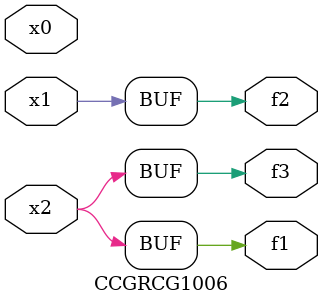
<source format=v>
module CCGRCG1006(
	input x0, x1, x2,
	output f1, f2, f3
);
	assign f1 = x2;
	assign f2 = x1;
	assign f3 = x2;
endmodule

</source>
